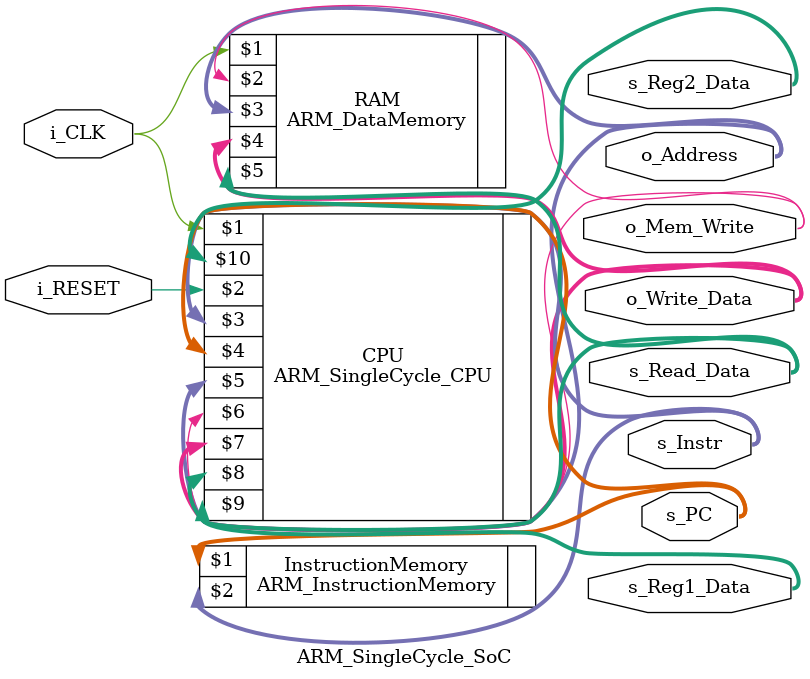
<source format=sv>
module ARM_SingleCycle_SoC
	#(parameter	BusWidth	= 32)
	(input logic					i_CLK, i_RESET,
	output logic[(BusWidth - 1):0]	o_Address,
	output logic[(BusWidth - 1):0]	o_Write_Data,
	output logic					o_Mem_Write,
	output logic [(BusWidth - 1):0]      s_Instr,
	output logic [(BusWidth - 1):0]      s_PC,
	output logic [(BusWidth - 1):0]    s_Reg1_Data, s_Reg2_Data,
	output logic [(BusWidth - 1):0]    s_Read_Data);

	//	Memory Control
	//logic[(BusWidth - 1):0]			s_PC;//, s_Address;
	//logic							s_Mem_Write;
	//	Memory Process
	//logic[(BusWidth - 1):0]			/*s_Write_Data, */s_Read_Data;


	//	Instantiation CPU and Memories
	//	CPU
	ARM_SingleCycle_CPU		CPU
		(i_CLK, i_RESET,
		s_Instr,
		s_PC,
		o_Address,
		o_Mem_Write,

		o_Write_Data, s_Read_Data,
		s_Reg1_Data, s_Reg2_Data);
	
//	always_comb
//	begin
//	if((s_Instr[27:26]==2'b00)&(s_Instr[24:21]==4'b1101))
//	begin
//	   if(s_Instr[4]==1'b0)//imm
//	   begin
//	   o_Write_Data <= (o_Write_Data << s_Instr[11:7]);
//	   end
//	   else if(s_Instr[4]==1'b1)//reg
//	   o_Write_Data <= (o_Write_Data << s_Instr[11:8]);
//	end
//	end

		//	Instruction Memory
	ARM_InstructionMemory	InstructionMemory
		(s_PC,
		s_Instr);

	//	RAM
	ARM_DataMemory			RAM
		(i_CLK,
		
		o_Mem_Write,
		
		o_Address,
		o_Write_Data, s_Read_Data);

endmodule

</source>
